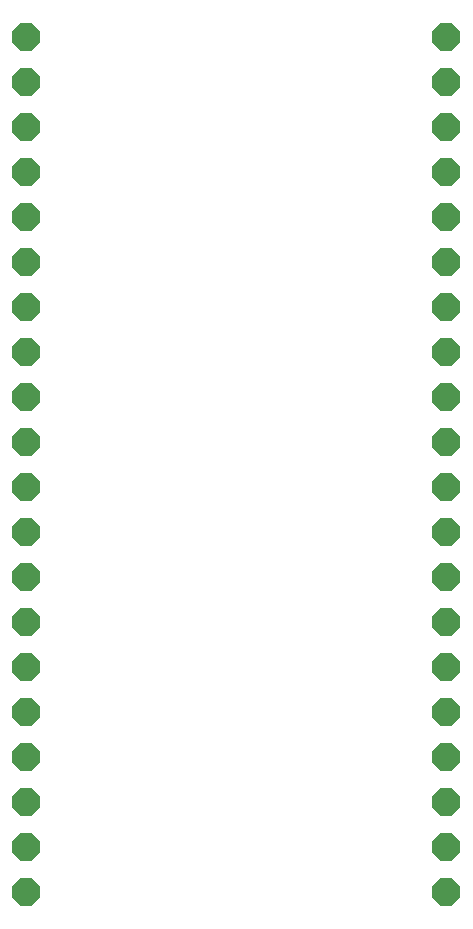
<source format=gbs>
G75*
G70*
%OFA0B0*%
%FSLAX24Y24*%
%IPPOS*%
%LPD*%
%AMOC8*
5,1,8,0,0,1.08239X$1,22.5*
%
%ADD10OC8,0.0930*%
D10*
X001600Y003600D03*
X001600Y005100D03*
X001600Y006600D03*
X001600Y008100D03*
X001600Y009600D03*
X001600Y011100D03*
X001600Y012600D03*
X001600Y014100D03*
X001600Y015600D03*
X001600Y017100D03*
X001600Y018600D03*
X001600Y020100D03*
X001600Y021600D03*
X001600Y023100D03*
X001600Y024600D03*
X001600Y026100D03*
X001600Y027600D03*
X001600Y029100D03*
X001600Y030600D03*
X001600Y032100D03*
X015600Y032100D03*
X015600Y030600D03*
X015600Y029100D03*
X015600Y027600D03*
X015600Y026100D03*
X015600Y024600D03*
X015600Y023100D03*
X015600Y021600D03*
X015600Y020100D03*
X015600Y018600D03*
X015600Y017100D03*
X015600Y015600D03*
X015600Y014100D03*
X015600Y012600D03*
X015600Y011100D03*
X015600Y009600D03*
X015600Y008100D03*
X015600Y006600D03*
X015600Y005100D03*
X015600Y003600D03*
M02*

</source>
